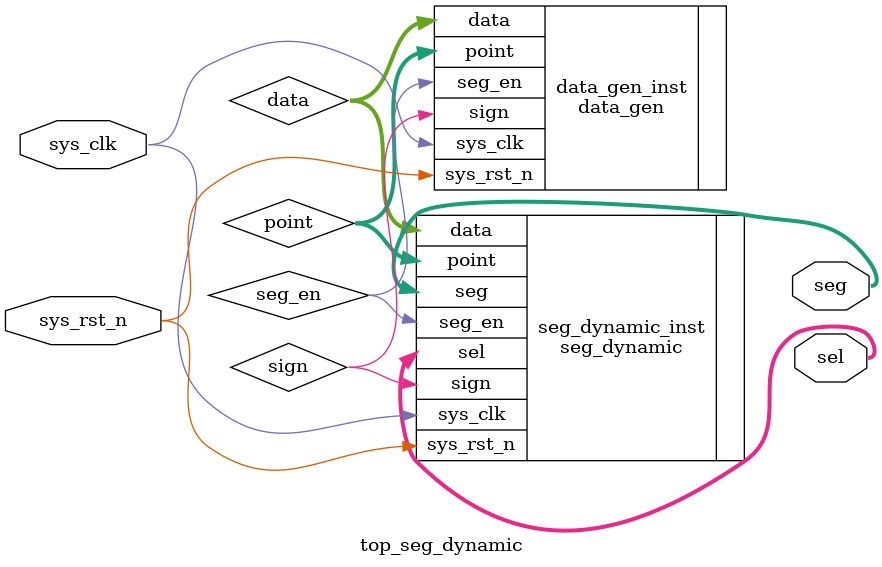
<source format=v>
`timescale  1ns/1ns
module  top_seg_dynamic
(
    input   wire            sys_clk     ,
    input   wire            sys_rst_n   ,

    output  wire    [5:0]   sel         ,
    output  wire    [7:0]   seg          
);

wire    [19:0]  data    ;
wire    [5:0]   point   ;
wire            seg_en  ;
wire            sign    ;

data_gen    data_gen_inst
(
    .sys_clk     (sys_clk  ),
    .sys_rst_n   (sys_rst_n),
    
    .data        (data     ),
    .point       (point    ),
    .seg_en      (seg_en   ),
    .sign        (sign     ) 
);

seg_dynamic seg_dynamic_inst
(
    .sys_clk     (sys_clk  ),
    .sys_rst_n   (sys_rst_n),
    .data        (data     ),
    .point       (point    ),
    .seg_en      (seg_en   ),
    .sign        (sign     ),

    .sel         (sel      ),
    .seg         (seg      ) 

);

endmodule

</source>
